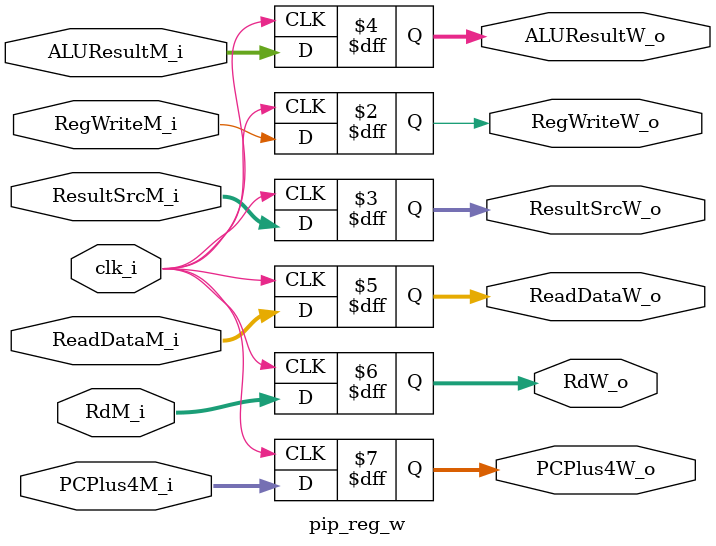
<source format=sv>
module pip_reg_w #(
    DATA_WIDTH = 32,
    PC_WIDTH = 32,
    REGISTER_ADDRESS_WIDTH = 5
)(
    input   logic                           clk_i,

    input   logic                           RegWriteM_i, //Memory
    output  logic                           RegWriteW_o, //Writeback
    
    input   logic [1:0]                     ResultSrcM_i, //Memory
    output  logic [1:0]                     ResultSrcW_o, //Writeback

    input   logic[DATA_WIDTH-1:0]           ALUResultM_i, //Memory
    output  logic[DATA_WIDTH-1:0]           ALUResultW_o, //WriteBack

    input   logic[DATA_WIDTH-1:0]           ReadDataM_i, //Memory
    output  logic[DATA_WIDTH-1:0]           ReadDataW_o, //WriteBack
    
    input   logic [REGISTER_ADDRESS_WIDTH-1:0]  RdM_i,
    output  logic [REGISTER_ADDRESS_WIDTH-1:0]  RdW_o,

    input   logic [PC_WIDTH-1:0]            PCPlus4M_i,
    output  logic [PC_WIDTH-1:0]            PCPlus4W_o
);

always_ff @(posedge clk_i) begin
    RegWriteW_o     <= RegWriteM_i;
    ResultSrcW_o    <= ResultSrcM_i;
    ALUResultW_o    <= ALUResultM_i;
    ReadDataW_o     <= ReadDataM_i;
    RdW_o           <= RdM_i;
    PCPlus4W_o      <= PCPlus4M_i;
end
endmodule

</source>
